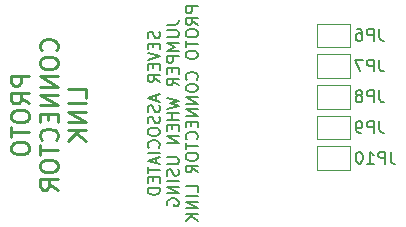
<source format=gbo>
%TF.GenerationSoftware,KiCad,Pcbnew,7.0.7*%
%TF.CreationDate,2024-01-30T18:09:48+01:00*%
%TF.ProjectId,v0.4.4c,76302e34-2e34-4632-9e6b-696361645f70,4c*%
%TF.SameCoordinates,Original*%
%TF.FileFunction,Legend,Bot*%
%TF.FilePolarity,Positive*%
%FSLAX46Y46*%
G04 Gerber Fmt 4.6, Leading zero omitted, Abs format (unit mm)*
G04 Created by KiCad (PCBNEW 7.0.7) date 2024-01-30 18:09:48*
%MOMM*%
%LPD*%
G01*
G04 APERTURE LIST*
%ADD10C,0.287500*%
%ADD11C,0.150000*%
%ADD12C,0.120000*%
G04 APERTURE END LIST*
D10*
X114190764Y-114614285D02*
X112690764Y-114614285D01*
X112690764Y-114614285D02*
X112690764Y-115185714D01*
X112690764Y-115185714D02*
X112762193Y-115328571D01*
X112762193Y-115328571D02*
X112833621Y-115400000D01*
X112833621Y-115400000D02*
X112976478Y-115471428D01*
X112976478Y-115471428D02*
X113190764Y-115471428D01*
X113190764Y-115471428D02*
X113333621Y-115400000D01*
X113333621Y-115400000D02*
X113405050Y-115328571D01*
X113405050Y-115328571D02*
X113476478Y-115185714D01*
X113476478Y-115185714D02*
X113476478Y-114614285D01*
X114190764Y-116971428D02*
X113476478Y-116471428D01*
X114190764Y-116114285D02*
X112690764Y-116114285D01*
X112690764Y-116114285D02*
X112690764Y-116685714D01*
X112690764Y-116685714D02*
X112762193Y-116828571D01*
X112762193Y-116828571D02*
X112833621Y-116900000D01*
X112833621Y-116900000D02*
X112976478Y-116971428D01*
X112976478Y-116971428D02*
X113190764Y-116971428D01*
X113190764Y-116971428D02*
X113333621Y-116900000D01*
X113333621Y-116900000D02*
X113405050Y-116828571D01*
X113405050Y-116828571D02*
X113476478Y-116685714D01*
X113476478Y-116685714D02*
X113476478Y-116114285D01*
X112690764Y-117900000D02*
X112690764Y-118185714D01*
X112690764Y-118185714D02*
X112762193Y-118328571D01*
X112762193Y-118328571D02*
X112905050Y-118471428D01*
X112905050Y-118471428D02*
X113190764Y-118542857D01*
X113190764Y-118542857D02*
X113690764Y-118542857D01*
X113690764Y-118542857D02*
X113976478Y-118471428D01*
X113976478Y-118471428D02*
X114119336Y-118328571D01*
X114119336Y-118328571D02*
X114190764Y-118185714D01*
X114190764Y-118185714D02*
X114190764Y-117900000D01*
X114190764Y-117900000D02*
X114119336Y-117757143D01*
X114119336Y-117757143D02*
X113976478Y-117614285D01*
X113976478Y-117614285D02*
X113690764Y-117542857D01*
X113690764Y-117542857D02*
X113190764Y-117542857D01*
X113190764Y-117542857D02*
X112905050Y-117614285D01*
X112905050Y-117614285D02*
X112762193Y-117757143D01*
X112762193Y-117757143D02*
X112690764Y-117900000D01*
X112690764Y-118971429D02*
X112690764Y-119828572D01*
X114190764Y-119400000D02*
X112690764Y-119400000D01*
X112690764Y-120614286D02*
X112690764Y-120900000D01*
X112690764Y-120900000D02*
X112762193Y-121042857D01*
X112762193Y-121042857D02*
X112905050Y-121185714D01*
X112905050Y-121185714D02*
X113190764Y-121257143D01*
X113190764Y-121257143D02*
X113690764Y-121257143D01*
X113690764Y-121257143D02*
X113976478Y-121185714D01*
X113976478Y-121185714D02*
X114119336Y-121042857D01*
X114119336Y-121042857D02*
X114190764Y-120900000D01*
X114190764Y-120900000D02*
X114190764Y-120614286D01*
X114190764Y-120614286D02*
X114119336Y-120471429D01*
X114119336Y-120471429D02*
X113976478Y-120328571D01*
X113976478Y-120328571D02*
X113690764Y-120257143D01*
X113690764Y-120257143D02*
X113190764Y-120257143D01*
X113190764Y-120257143D02*
X112905050Y-120328571D01*
X112905050Y-120328571D02*
X112762193Y-120471429D01*
X112762193Y-120471429D02*
X112690764Y-120614286D01*
X116462907Y-112471427D02*
X116534336Y-112399999D01*
X116534336Y-112399999D02*
X116605764Y-112185713D01*
X116605764Y-112185713D02*
X116605764Y-112042856D01*
X116605764Y-112042856D02*
X116534336Y-111828570D01*
X116534336Y-111828570D02*
X116391478Y-111685713D01*
X116391478Y-111685713D02*
X116248621Y-111614284D01*
X116248621Y-111614284D02*
X115962907Y-111542856D01*
X115962907Y-111542856D02*
X115748621Y-111542856D01*
X115748621Y-111542856D02*
X115462907Y-111614284D01*
X115462907Y-111614284D02*
X115320050Y-111685713D01*
X115320050Y-111685713D02*
X115177193Y-111828570D01*
X115177193Y-111828570D02*
X115105764Y-112042856D01*
X115105764Y-112042856D02*
X115105764Y-112185713D01*
X115105764Y-112185713D02*
X115177193Y-112399999D01*
X115177193Y-112399999D02*
X115248621Y-112471427D01*
X115105764Y-113399999D02*
X115105764Y-113685713D01*
X115105764Y-113685713D02*
X115177193Y-113828570D01*
X115177193Y-113828570D02*
X115320050Y-113971427D01*
X115320050Y-113971427D02*
X115605764Y-114042856D01*
X115605764Y-114042856D02*
X116105764Y-114042856D01*
X116105764Y-114042856D02*
X116391478Y-113971427D01*
X116391478Y-113971427D02*
X116534336Y-113828570D01*
X116534336Y-113828570D02*
X116605764Y-113685713D01*
X116605764Y-113685713D02*
X116605764Y-113399999D01*
X116605764Y-113399999D02*
X116534336Y-113257142D01*
X116534336Y-113257142D02*
X116391478Y-113114284D01*
X116391478Y-113114284D02*
X116105764Y-113042856D01*
X116105764Y-113042856D02*
X115605764Y-113042856D01*
X115605764Y-113042856D02*
X115320050Y-113114284D01*
X115320050Y-113114284D02*
X115177193Y-113257142D01*
X115177193Y-113257142D02*
X115105764Y-113399999D01*
X116605764Y-114685713D02*
X115105764Y-114685713D01*
X115105764Y-114685713D02*
X116605764Y-115542856D01*
X116605764Y-115542856D02*
X115105764Y-115542856D01*
X116605764Y-116257142D02*
X115105764Y-116257142D01*
X115105764Y-116257142D02*
X116605764Y-117114285D01*
X116605764Y-117114285D02*
X115105764Y-117114285D01*
X115820050Y-117828571D02*
X115820050Y-118328571D01*
X116605764Y-118542857D02*
X116605764Y-117828571D01*
X116605764Y-117828571D02*
X115105764Y-117828571D01*
X115105764Y-117828571D02*
X115105764Y-118542857D01*
X116462907Y-120042857D02*
X116534336Y-119971429D01*
X116534336Y-119971429D02*
X116605764Y-119757143D01*
X116605764Y-119757143D02*
X116605764Y-119614286D01*
X116605764Y-119614286D02*
X116534336Y-119400000D01*
X116534336Y-119400000D02*
X116391478Y-119257143D01*
X116391478Y-119257143D02*
X116248621Y-119185714D01*
X116248621Y-119185714D02*
X115962907Y-119114286D01*
X115962907Y-119114286D02*
X115748621Y-119114286D01*
X115748621Y-119114286D02*
X115462907Y-119185714D01*
X115462907Y-119185714D02*
X115320050Y-119257143D01*
X115320050Y-119257143D02*
X115177193Y-119400000D01*
X115177193Y-119400000D02*
X115105764Y-119614286D01*
X115105764Y-119614286D02*
X115105764Y-119757143D01*
X115105764Y-119757143D02*
X115177193Y-119971429D01*
X115177193Y-119971429D02*
X115248621Y-120042857D01*
X115105764Y-120471429D02*
X115105764Y-121328572D01*
X116605764Y-120900000D02*
X115105764Y-120900000D01*
X115105764Y-122114286D02*
X115105764Y-122400000D01*
X115105764Y-122400000D02*
X115177193Y-122542857D01*
X115177193Y-122542857D02*
X115320050Y-122685714D01*
X115320050Y-122685714D02*
X115605764Y-122757143D01*
X115605764Y-122757143D02*
X116105764Y-122757143D01*
X116105764Y-122757143D02*
X116391478Y-122685714D01*
X116391478Y-122685714D02*
X116534336Y-122542857D01*
X116534336Y-122542857D02*
X116605764Y-122400000D01*
X116605764Y-122400000D02*
X116605764Y-122114286D01*
X116605764Y-122114286D02*
X116534336Y-121971429D01*
X116534336Y-121971429D02*
X116391478Y-121828571D01*
X116391478Y-121828571D02*
X116105764Y-121757143D01*
X116105764Y-121757143D02*
X115605764Y-121757143D01*
X115605764Y-121757143D02*
X115320050Y-121828571D01*
X115320050Y-121828571D02*
X115177193Y-121971429D01*
X115177193Y-121971429D02*
X115105764Y-122114286D01*
X116605764Y-124257143D02*
X115891478Y-123757143D01*
X116605764Y-123400000D02*
X115105764Y-123400000D01*
X115105764Y-123400000D02*
X115105764Y-123971429D01*
X115105764Y-123971429D02*
X115177193Y-124114286D01*
X115177193Y-124114286D02*
X115248621Y-124185715D01*
X115248621Y-124185715D02*
X115391478Y-124257143D01*
X115391478Y-124257143D02*
X115605764Y-124257143D01*
X115605764Y-124257143D02*
X115748621Y-124185715D01*
X115748621Y-124185715D02*
X115820050Y-124114286D01*
X115820050Y-124114286D02*
X115891478Y-123971429D01*
X115891478Y-123971429D02*
X115891478Y-123400000D01*
X119020764Y-116471428D02*
X119020764Y-115757142D01*
X119020764Y-115757142D02*
X117520764Y-115757142D01*
X119020764Y-116971428D02*
X117520764Y-116971428D01*
X119020764Y-117685714D02*
X117520764Y-117685714D01*
X117520764Y-117685714D02*
X119020764Y-118542857D01*
X119020764Y-118542857D02*
X117520764Y-118542857D01*
X119020764Y-119257143D02*
X117520764Y-119257143D01*
X119020764Y-120114286D02*
X118163621Y-119471429D01*
X117520764Y-120114286D02*
X118377907Y-119257143D01*
D11*
X125197200Y-110895238D02*
X125244819Y-111038095D01*
X125244819Y-111038095D02*
X125244819Y-111276190D01*
X125244819Y-111276190D02*
X125197200Y-111371428D01*
X125197200Y-111371428D02*
X125149580Y-111419047D01*
X125149580Y-111419047D02*
X125054342Y-111466666D01*
X125054342Y-111466666D02*
X124959104Y-111466666D01*
X124959104Y-111466666D02*
X124863866Y-111419047D01*
X124863866Y-111419047D02*
X124816247Y-111371428D01*
X124816247Y-111371428D02*
X124768628Y-111276190D01*
X124768628Y-111276190D02*
X124721009Y-111085714D01*
X124721009Y-111085714D02*
X124673390Y-110990476D01*
X124673390Y-110990476D02*
X124625771Y-110942857D01*
X124625771Y-110942857D02*
X124530533Y-110895238D01*
X124530533Y-110895238D02*
X124435295Y-110895238D01*
X124435295Y-110895238D02*
X124340057Y-110942857D01*
X124340057Y-110942857D02*
X124292438Y-110990476D01*
X124292438Y-110990476D02*
X124244819Y-111085714D01*
X124244819Y-111085714D02*
X124244819Y-111323809D01*
X124244819Y-111323809D02*
X124292438Y-111466666D01*
X124721009Y-111895238D02*
X124721009Y-112228571D01*
X125244819Y-112371428D02*
X125244819Y-111895238D01*
X125244819Y-111895238D02*
X124244819Y-111895238D01*
X124244819Y-111895238D02*
X124244819Y-112371428D01*
X124244819Y-112657143D02*
X125244819Y-112990476D01*
X125244819Y-112990476D02*
X124244819Y-113323809D01*
X124721009Y-113657143D02*
X124721009Y-113990476D01*
X125244819Y-114133333D02*
X125244819Y-113657143D01*
X125244819Y-113657143D02*
X124244819Y-113657143D01*
X124244819Y-113657143D02*
X124244819Y-114133333D01*
X125244819Y-115133333D02*
X124768628Y-114800000D01*
X125244819Y-114561905D02*
X124244819Y-114561905D01*
X124244819Y-114561905D02*
X124244819Y-114942857D01*
X124244819Y-114942857D02*
X124292438Y-115038095D01*
X124292438Y-115038095D02*
X124340057Y-115085714D01*
X124340057Y-115085714D02*
X124435295Y-115133333D01*
X124435295Y-115133333D02*
X124578152Y-115133333D01*
X124578152Y-115133333D02*
X124673390Y-115085714D01*
X124673390Y-115085714D02*
X124721009Y-115038095D01*
X124721009Y-115038095D02*
X124768628Y-114942857D01*
X124768628Y-114942857D02*
X124768628Y-114561905D01*
X124959104Y-116276191D02*
X124959104Y-116752381D01*
X125244819Y-116180953D02*
X124244819Y-116514286D01*
X124244819Y-116514286D02*
X125244819Y-116847619D01*
X125197200Y-117133334D02*
X125244819Y-117276191D01*
X125244819Y-117276191D02*
X125244819Y-117514286D01*
X125244819Y-117514286D02*
X125197200Y-117609524D01*
X125197200Y-117609524D02*
X125149580Y-117657143D01*
X125149580Y-117657143D02*
X125054342Y-117704762D01*
X125054342Y-117704762D02*
X124959104Y-117704762D01*
X124959104Y-117704762D02*
X124863866Y-117657143D01*
X124863866Y-117657143D02*
X124816247Y-117609524D01*
X124816247Y-117609524D02*
X124768628Y-117514286D01*
X124768628Y-117514286D02*
X124721009Y-117323810D01*
X124721009Y-117323810D02*
X124673390Y-117228572D01*
X124673390Y-117228572D02*
X124625771Y-117180953D01*
X124625771Y-117180953D02*
X124530533Y-117133334D01*
X124530533Y-117133334D02*
X124435295Y-117133334D01*
X124435295Y-117133334D02*
X124340057Y-117180953D01*
X124340057Y-117180953D02*
X124292438Y-117228572D01*
X124292438Y-117228572D02*
X124244819Y-117323810D01*
X124244819Y-117323810D02*
X124244819Y-117561905D01*
X124244819Y-117561905D02*
X124292438Y-117704762D01*
X125197200Y-118085715D02*
X125244819Y-118228572D01*
X125244819Y-118228572D02*
X125244819Y-118466667D01*
X125244819Y-118466667D02*
X125197200Y-118561905D01*
X125197200Y-118561905D02*
X125149580Y-118609524D01*
X125149580Y-118609524D02*
X125054342Y-118657143D01*
X125054342Y-118657143D02*
X124959104Y-118657143D01*
X124959104Y-118657143D02*
X124863866Y-118609524D01*
X124863866Y-118609524D02*
X124816247Y-118561905D01*
X124816247Y-118561905D02*
X124768628Y-118466667D01*
X124768628Y-118466667D02*
X124721009Y-118276191D01*
X124721009Y-118276191D02*
X124673390Y-118180953D01*
X124673390Y-118180953D02*
X124625771Y-118133334D01*
X124625771Y-118133334D02*
X124530533Y-118085715D01*
X124530533Y-118085715D02*
X124435295Y-118085715D01*
X124435295Y-118085715D02*
X124340057Y-118133334D01*
X124340057Y-118133334D02*
X124292438Y-118180953D01*
X124292438Y-118180953D02*
X124244819Y-118276191D01*
X124244819Y-118276191D02*
X124244819Y-118514286D01*
X124244819Y-118514286D02*
X124292438Y-118657143D01*
X124244819Y-119276191D02*
X124244819Y-119466667D01*
X124244819Y-119466667D02*
X124292438Y-119561905D01*
X124292438Y-119561905D02*
X124387676Y-119657143D01*
X124387676Y-119657143D02*
X124578152Y-119704762D01*
X124578152Y-119704762D02*
X124911485Y-119704762D01*
X124911485Y-119704762D02*
X125101961Y-119657143D01*
X125101961Y-119657143D02*
X125197200Y-119561905D01*
X125197200Y-119561905D02*
X125244819Y-119466667D01*
X125244819Y-119466667D02*
X125244819Y-119276191D01*
X125244819Y-119276191D02*
X125197200Y-119180953D01*
X125197200Y-119180953D02*
X125101961Y-119085715D01*
X125101961Y-119085715D02*
X124911485Y-119038096D01*
X124911485Y-119038096D02*
X124578152Y-119038096D01*
X124578152Y-119038096D02*
X124387676Y-119085715D01*
X124387676Y-119085715D02*
X124292438Y-119180953D01*
X124292438Y-119180953D02*
X124244819Y-119276191D01*
X125149580Y-120704762D02*
X125197200Y-120657143D01*
X125197200Y-120657143D02*
X125244819Y-120514286D01*
X125244819Y-120514286D02*
X125244819Y-120419048D01*
X125244819Y-120419048D02*
X125197200Y-120276191D01*
X125197200Y-120276191D02*
X125101961Y-120180953D01*
X125101961Y-120180953D02*
X125006723Y-120133334D01*
X125006723Y-120133334D02*
X124816247Y-120085715D01*
X124816247Y-120085715D02*
X124673390Y-120085715D01*
X124673390Y-120085715D02*
X124482914Y-120133334D01*
X124482914Y-120133334D02*
X124387676Y-120180953D01*
X124387676Y-120180953D02*
X124292438Y-120276191D01*
X124292438Y-120276191D02*
X124244819Y-120419048D01*
X124244819Y-120419048D02*
X124244819Y-120514286D01*
X124244819Y-120514286D02*
X124292438Y-120657143D01*
X124292438Y-120657143D02*
X124340057Y-120704762D01*
X125244819Y-121133334D02*
X124244819Y-121133334D01*
X124959104Y-121561905D02*
X124959104Y-122038095D01*
X125244819Y-121466667D02*
X124244819Y-121800000D01*
X124244819Y-121800000D02*
X125244819Y-122133333D01*
X124244819Y-122323810D02*
X124244819Y-122895238D01*
X125244819Y-122609524D02*
X124244819Y-122609524D01*
X124721009Y-123228572D02*
X124721009Y-123561905D01*
X125244819Y-123704762D02*
X125244819Y-123228572D01*
X125244819Y-123228572D02*
X124244819Y-123228572D01*
X124244819Y-123228572D02*
X124244819Y-123704762D01*
X125244819Y-124133334D02*
X124244819Y-124133334D01*
X124244819Y-124133334D02*
X124244819Y-124371429D01*
X124244819Y-124371429D02*
X124292438Y-124514286D01*
X124292438Y-124514286D02*
X124387676Y-124609524D01*
X124387676Y-124609524D02*
X124482914Y-124657143D01*
X124482914Y-124657143D02*
X124673390Y-124704762D01*
X124673390Y-124704762D02*
X124816247Y-124704762D01*
X124816247Y-124704762D02*
X125006723Y-124657143D01*
X125006723Y-124657143D02*
X125101961Y-124609524D01*
X125101961Y-124609524D02*
X125197200Y-124514286D01*
X125197200Y-124514286D02*
X125244819Y-124371429D01*
X125244819Y-124371429D02*
X125244819Y-124133334D01*
X125854819Y-110300000D02*
X126569104Y-110300000D01*
X126569104Y-110300000D02*
X126711961Y-110252381D01*
X126711961Y-110252381D02*
X126807200Y-110157143D01*
X126807200Y-110157143D02*
X126854819Y-110014286D01*
X126854819Y-110014286D02*
X126854819Y-109919048D01*
X125854819Y-110776191D02*
X126664342Y-110776191D01*
X126664342Y-110776191D02*
X126759580Y-110823810D01*
X126759580Y-110823810D02*
X126807200Y-110871429D01*
X126807200Y-110871429D02*
X126854819Y-110966667D01*
X126854819Y-110966667D02*
X126854819Y-111157143D01*
X126854819Y-111157143D02*
X126807200Y-111252381D01*
X126807200Y-111252381D02*
X126759580Y-111300000D01*
X126759580Y-111300000D02*
X126664342Y-111347619D01*
X126664342Y-111347619D02*
X125854819Y-111347619D01*
X126854819Y-111823810D02*
X125854819Y-111823810D01*
X125854819Y-111823810D02*
X126569104Y-112157143D01*
X126569104Y-112157143D02*
X125854819Y-112490476D01*
X125854819Y-112490476D02*
X126854819Y-112490476D01*
X126854819Y-112966667D02*
X125854819Y-112966667D01*
X125854819Y-112966667D02*
X125854819Y-113347619D01*
X125854819Y-113347619D02*
X125902438Y-113442857D01*
X125902438Y-113442857D02*
X125950057Y-113490476D01*
X125950057Y-113490476D02*
X126045295Y-113538095D01*
X126045295Y-113538095D02*
X126188152Y-113538095D01*
X126188152Y-113538095D02*
X126283390Y-113490476D01*
X126283390Y-113490476D02*
X126331009Y-113442857D01*
X126331009Y-113442857D02*
X126378628Y-113347619D01*
X126378628Y-113347619D02*
X126378628Y-112966667D01*
X126331009Y-113966667D02*
X126331009Y-114300000D01*
X126854819Y-114442857D02*
X126854819Y-113966667D01*
X126854819Y-113966667D02*
X125854819Y-113966667D01*
X125854819Y-113966667D02*
X125854819Y-114442857D01*
X126854819Y-115442857D02*
X126378628Y-115109524D01*
X126854819Y-114871429D02*
X125854819Y-114871429D01*
X125854819Y-114871429D02*
X125854819Y-115252381D01*
X125854819Y-115252381D02*
X125902438Y-115347619D01*
X125902438Y-115347619D02*
X125950057Y-115395238D01*
X125950057Y-115395238D02*
X126045295Y-115442857D01*
X126045295Y-115442857D02*
X126188152Y-115442857D01*
X126188152Y-115442857D02*
X126283390Y-115395238D01*
X126283390Y-115395238D02*
X126331009Y-115347619D01*
X126331009Y-115347619D02*
X126378628Y-115252381D01*
X126378628Y-115252381D02*
X126378628Y-114871429D01*
X125854819Y-116538096D02*
X126854819Y-116776191D01*
X126854819Y-116776191D02*
X126140533Y-116966667D01*
X126140533Y-116966667D02*
X126854819Y-117157143D01*
X126854819Y-117157143D02*
X125854819Y-117395239D01*
X126854819Y-117776191D02*
X125854819Y-117776191D01*
X126331009Y-117776191D02*
X126331009Y-118347619D01*
X126854819Y-118347619D02*
X125854819Y-118347619D01*
X126331009Y-118823810D02*
X126331009Y-119157143D01*
X126854819Y-119300000D02*
X126854819Y-118823810D01*
X126854819Y-118823810D02*
X125854819Y-118823810D01*
X125854819Y-118823810D02*
X125854819Y-119300000D01*
X126854819Y-119728572D02*
X125854819Y-119728572D01*
X125854819Y-119728572D02*
X126854819Y-120300000D01*
X126854819Y-120300000D02*
X125854819Y-120300000D01*
X125854819Y-121538096D02*
X126664342Y-121538096D01*
X126664342Y-121538096D02*
X126759580Y-121585715D01*
X126759580Y-121585715D02*
X126807200Y-121633334D01*
X126807200Y-121633334D02*
X126854819Y-121728572D01*
X126854819Y-121728572D02*
X126854819Y-121919048D01*
X126854819Y-121919048D02*
X126807200Y-122014286D01*
X126807200Y-122014286D02*
X126759580Y-122061905D01*
X126759580Y-122061905D02*
X126664342Y-122109524D01*
X126664342Y-122109524D02*
X125854819Y-122109524D01*
X126807200Y-122538096D02*
X126854819Y-122680953D01*
X126854819Y-122680953D02*
X126854819Y-122919048D01*
X126854819Y-122919048D02*
X126807200Y-123014286D01*
X126807200Y-123014286D02*
X126759580Y-123061905D01*
X126759580Y-123061905D02*
X126664342Y-123109524D01*
X126664342Y-123109524D02*
X126569104Y-123109524D01*
X126569104Y-123109524D02*
X126473866Y-123061905D01*
X126473866Y-123061905D02*
X126426247Y-123014286D01*
X126426247Y-123014286D02*
X126378628Y-122919048D01*
X126378628Y-122919048D02*
X126331009Y-122728572D01*
X126331009Y-122728572D02*
X126283390Y-122633334D01*
X126283390Y-122633334D02*
X126235771Y-122585715D01*
X126235771Y-122585715D02*
X126140533Y-122538096D01*
X126140533Y-122538096D02*
X126045295Y-122538096D01*
X126045295Y-122538096D02*
X125950057Y-122585715D01*
X125950057Y-122585715D02*
X125902438Y-122633334D01*
X125902438Y-122633334D02*
X125854819Y-122728572D01*
X125854819Y-122728572D02*
X125854819Y-122966667D01*
X125854819Y-122966667D02*
X125902438Y-123109524D01*
X126854819Y-123538096D02*
X125854819Y-123538096D01*
X126854819Y-124014286D02*
X125854819Y-124014286D01*
X125854819Y-124014286D02*
X126854819Y-124585714D01*
X126854819Y-124585714D02*
X125854819Y-124585714D01*
X125902438Y-125585714D02*
X125854819Y-125490476D01*
X125854819Y-125490476D02*
X125854819Y-125347619D01*
X125854819Y-125347619D02*
X125902438Y-125204762D01*
X125902438Y-125204762D02*
X125997676Y-125109524D01*
X125997676Y-125109524D02*
X126092914Y-125061905D01*
X126092914Y-125061905D02*
X126283390Y-125014286D01*
X126283390Y-125014286D02*
X126426247Y-125014286D01*
X126426247Y-125014286D02*
X126616723Y-125061905D01*
X126616723Y-125061905D02*
X126711961Y-125109524D01*
X126711961Y-125109524D02*
X126807200Y-125204762D01*
X126807200Y-125204762D02*
X126854819Y-125347619D01*
X126854819Y-125347619D02*
X126854819Y-125442857D01*
X126854819Y-125442857D02*
X126807200Y-125585714D01*
X126807200Y-125585714D02*
X126759580Y-125633333D01*
X126759580Y-125633333D02*
X126426247Y-125633333D01*
X126426247Y-125633333D02*
X126426247Y-125442857D01*
X128464819Y-108752381D02*
X127464819Y-108752381D01*
X127464819Y-108752381D02*
X127464819Y-109133333D01*
X127464819Y-109133333D02*
X127512438Y-109228571D01*
X127512438Y-109228571D02*
X127560057Y-109276190D01*
X127560057Y-109276190D02*
X127655295Y-109323809D01*
X127655295Y-109323809D02*
X127798152Y-109323809D01*
X127798152Y-109323809D02*
X127893390Y-109276190D01*
X127893390Y-109276190D02*
X127941009Y-109228571D01*
X127941009Y-109228571D02*
X127988628Y-109133333D01*
X127988628Y-109133333D02*
X127988628Y-108752381D01*
X128464819Y-110323809D02*
X127988628Y-109990476D01*
X128464819Y-109752381D02*
X127464819Y-109752381D01*
X127464819Y-109752381D02*
X127464819Y-110133333D01*
X127464819Y-110133333D02*
X127512438Y-110228571D01*
X127512438Y-110228571D02*
X127560057Y-110276190D01*
X127560057Y-110276190D02*
X127655295Y-110323809D01*
X127655295Y-110323809D02*
X127798152Y-110323809D01*
X127798152Y-110323809D02*
X127893390Y-110276190D01*
X127893390Y-110276190D02*
X127941009Y-110228571D01*
X127941009Y-110228571D02*
X127988628Y-110133333D01*
X127988628Y-110133333D02*
X127988628Y-109752381D01*
X127464819Y-110942857D02*
X127464819Y-111133333D01*
X127464819Y-111133333D02*
X127512438Y-111228571D01*
X127512438Y-111228571D02*
X127607676Y-111323809D01*
X127607676Y-111323809D02*
X127798152Y-111371428D01*
X127798152Y-111371428D02*
X128131485Y-111371428D01*
X128131485Y-111371428D02*
X128321961Y-111323809D01*
X128321961Y-111323809D02*
X128417200Y-111228571D01*
X128417200Y-111228571D02*
X128464819Y-111133333D01*
X128464819Y-111133333D02*
X128464819Y-110942857D01*
X128464819Y-110942857D02*
X128417200Y-110847619D01*
X128417200Y-110847619D02*
X128321961Y-110752381D01*
X128321961Y-110752381D02*
X128131485Y-110704762D01*
X128131485Y-110704762D02*
X127798152Y-110704762D01*
X127798152Y-110704762D02*
X127607676Y-110752381D01*
X127607676Y-110752381D02*
X127512438Y-110847619D01*
X127512438Y-110847619D02*
X127464819Y-110942857D01*
X127464819Y-111657143D02*
X127464819Y-112228571D01*
X128464819Y-111942857D02*
X127464819Y-111942857D01*
X127464819Y-112752381D02*
X127464819Y-112942857D01*
X127464819Y-112942857D02*
X127512438Y-113038095D01*
X127512438Y-113038095D02*
X127607676Y-113133333D01*
X127607676Y-113133333D02*
X127798152Y-113180952D01*
X127798152Y-113180952D02*
X128131485Y-113180952D01*
X128131485Y-113180952D02*
X128321961Y-113133333D01*
X128321961Y-113133333D02*
X128417200Y-113038095D01*
X128417200Y-113038095D02*
X128464819Y-112942857D01*
X128464819Y-112942857D02*
X128464819Y-112752381D01*
X128464819Y-112752381D02*
X128417200Y-112657143D01*
X128417200Y-112657143D02*
X128321961Y-112561905D01*
X128321961Y-112561905D02*
X128131485Y-112514286D01*
X128131485Y-112514286D02*
X127798152Y-112514286D01*
X127798152Y-112514286D02*
X127607676Y-112561905D01*
X127607676Y-112561905D02*
X127512438Y-112657143D01*
X127512438Y-112657143D02*
X127464819Y-112752381D01*
X128369580Y-114942857D02*
X128417200Y-114895238D01*
X128417200Y-114895238D02*
X128464819Y-114752381D01*
X128464819Y-114752381D02*
X128464819Y-114657143D01*
X128464819Y-114657143D02*
X128417200Y-114514286D01*
X128417200Y-114514286D02*
X128321961Y-114419048D01*
X128321961Y-114419048D02*
X128226723Y-114371429D01*
X128226723Y-114371429D02*
X128036247Y-114323810D01*
X128036247Y-114323810D02*
X127893390Y-114323810D01*
X127893390Y-114323810D02*
X127702914Y-114371429D01*
X127702914Y-114371429D02*
X127607676Y-114419048D01*
X127607676Y-114419048D02*
X127512438Y-114514286D01*
X127512438Y-114514286D02*
X127464819Y-114657143D01*
X127464819Y-114657143D02*
X127464819Y-114752381D01*
X127464819Y-114752381D02*
X127512438Y-114895238D01*
X127512438Y-114895238D02*
X127560057Y-114942857D01*
X127464819Y-115561905D02*
X127464819Y-115752381D01*
X127464819Y-115752381D02*
X127512438Y-115847619D01*
X127512438Y-115847619D02*
X127607676Y-115942857D01*
X127607676Y-115942857D02*
X127798152Y-115990476D01*
X127798152Y-115990476D02*
X128131485Y-115990476D01*
X128131485Y-115990476D02*
X128321961Y-115942857D01*
X128321961Y-115942857D02*
X128417200Y-115847619D01*
X128417200Y-115847619D02*
X128464819Y-115752381D01*
X128464819Y-115752381D02*
X128464819Y-115561905D01*
X128464819Y-115561905D02*
X128417200Y-115466667D01*
X128417200Y-115466667D02*
X128321961Y-115371429D01*
X128321961Y-115371429D02*
X128131485Y-115323810D01*
X128131485Y-115323810D02*
X127798152Y-115323810D01*
X127798152Y-115323810D02*
X127607676Y-115371429D01*
X127607676Y-115371429D02*
X127512438Y-115466667D01*
X127512438Y-115466667D02*
X127464819Y-115561905D01*
X128464819Y-116419048D02*
X127464819Y-116419048D01*
X127464819Y-116419048D02*
X128464819Y-116990476D01*
X128464819Y-116990476D02*
X127464819Y-116990476D01*
X128464819Y-117466667D02*
X127464819Y-117466667D01*
X127464819Y-117466667D02*
X128464819Y-118038095D01*
X128464819Y-118038095D02*
X127464819Y-118038095D01*
X127941009Y-118514286D02*
X127941009Y-118847619D01*
X128464819Y-118990476D02*
X128464819Y-118514286D01*
X128464819Y-118514286D02*
X127464819Y-118514286D01*
X127464819Y-118514286D02*
X127464819Y-118990476D01*
X128369580Y-119990476D02*
X128417200Y-119942857D01*
X128417200Y-119942857D02*
X128464819Y-119800000D01*
X128464819Y-119800000D02*
X128464819Y-119704762D01*
X128464819Y-119704762D02*
X128417200Y-119561905D01*
X128417200Y-119561905D02*
X128321961Y-119466667D01*
X128321961Y-119466667D02*
X128226723Y-119419048D01*
X128226723Y-119419048D02*
X128036247Y-119371429D01*
X128036247Y-119371429D02*
X127893390Y-119371429D01*
X127893390Y-119371429D02*
X127702914Y-119419048D01*
X127702914Y-119419048D02*
X127607676Y-119466667D01*
X127607676Y-119466667D02*
X127512438Y-119561905D01*
X127512438Y-119561905D02*
X127464819Y-119704762D01*
X127464819Y-119704762D02*
X127464819Y-119800000D01*
X127464819Y-119800000D02*
X127512438Y-119942857D01*
X127512438Y-119942857D02*
X127560057Y-119990476D01*
X127464819Y-120276191D02*
X127464819Y-120847619D01*
X128464819Y-120561905D02*
X127464819Y-120561905D01*
X127464819Y-121371429D02*
X127464819Y-121561905D01*
X127464819Y-121561905D02*
X127512438Y-121657143D01*
X127512438Y-121657143D02*
X127607676Y-121752381D01*
X127607676Y-121752381D02*
X127798152Y-121800000D01*
X127798152Y-121800000D02*
X128131485Y-121800000D01*
X128131485Y-121800000D02*
X128321961Y-121752381D01*
X128321961Y-121752381D02*
X128417200Y-121657143D01*
X128417200Y-121657143D02*
X128464819Y-121561905D01*
X128464819Y-121561905D02*
X128464819Y-121371429D01*
X128464819Y-121371429D02*
X128417200Y-121276191D01*
X128417200Y-121276191D02*
X128321961Y-121180953D01*
X128321961Y-121180953D02*
X128131485Y-121133334D01*
X128131485Y-121133334D02*
X127798152Y-121133334D01*
X127798152Y-121133334D02*
X127607676Y-121180953D01*
X127607676Y-121180953D02*
X127512438Y-121276191D01*
X127512438Y-121276191D02*
X127464819Y-121371429D01*
X128464819Y-122800000D02*
X127988628Y-122466667D01*
X128464819Y-122228572D02*
X127464819Y-122228572D01*
X127464819Y-122228572D02*
X127464819Y-122609524D01*
X127464819Y-122609524D02*
X127512438Y-122704762D01*
X127512438Y-122704762D02*
X127560057Y-122752381D01*
X127560057Y-122752381D02*
X127655295Y-122800000D01*
X127655295Y-122800000D02*
X127798152Y-122800000D01*
X127798152Y-122800000D02*
X127893390Y-122752381D01*
X127893390Y-122752381D02*
X127941009Y-122704762D01*
X127941009Y-122704762D02*
X127988628Y-122609524D01*
X127988628Y-122609524D02*
X127988628Y-122228572D01*
X128464819Y-124466667D02*
X128464819Y-123990477D01*
X128464819Y-123990477D02*
X127464819Y-123990477D01*
X128464819Y-124800001D02*
X127464819Y-124800001D01*
X128464819Y-125276191D02*
X127464819Y-125276191D01*
X127464819Y-125276191D02*
X128464819Y-125847619D01*
X128464819Y-125847619D02*
X127464819Y-125847619D01*
X128464819Y-126323810D02*
X127464819Y-126323810D01*
X128464819Y-126895238D02*
X127893390Y-126466667D01*
X127464819Y-126895238D02*
X128036247Y-126323810D01*
X143833333Y-115854819D02*
X143833333Y-116569104D01*
X143833333Y-116569104D02*
X143880952Y-116711961D01*
X143880952Y-116711961D02*
X143976190Y-116807200D01*
X143976190Y-116807200D02*
X144119047Y-116854819D01*
X144119047Y-116854819D02*
X144214285Y-116854819D01*
X143357142Y-116854819D02*
X143357142Y-115854819D01*
X143357142Y-115854819D02*
X142976190Y-115854819D01*
X142976190Y-115854819D02*
X142880952Y-115902438D01*
X142880952Y-115902438D02*
X142833333Y-115950057D01*
X142833333Y-115950057D02*
X142785714Y-116045295D01*
X142785714Y-116045295D02*
X142785714Y-116188152D01*
X142785714Y-116188152D02*
X142833333Y-116283390D01*
X142833333Y-116283390D02*
X142880952Y-116331009D01*
X142880952Y-116331009D02*
X142976190Y-116378628D01*
X142976190Y-116378628D02*
X143357142Y-116378628D01*
X142214285Y-116283390D02*
X142309523Y-116235771D01*
X142309523Y-116235771D02*
X142357142Y-116188152D01*
X142357142Y-116188152D02*
X142404761Y-116092914D01*
X142404761Y-116092914D02*
X142404761Y-116045295D01*
X142404761Y-116045295D02*
X142357142Y-115950057D01*
X142357142Y-115950057D02*
X142309523Y-115902438D01*
X142309523Y-115902438D02*
X142214285Y-115854819D01*
X142214285Y-115854819D02*
X142023809Y-115854819D01*
X142023809Y-115854819D02*
X141928571Y-115902438D01*
X141928571Y-115902438D02*
X141880952Y-115950057D01*
X141880952Y-115950057D02*
X141833333Y-116045295D01*
X141833333Y-116045295D02*
X141833333Y-116092914D01*
X141833333Y-116092914D02*
X141880952Y-116188152D01*
X141880952Y-116188152D02*
X141928571Y-116235771D01*
X141928571Y-116235771D02*
X142023809Y-116283390D01*
X142023809Y-116283390D02*
X142214285Y-116283390D01*
X142214285Y-116283390D02*
X142309523Y-116331009D01*
X142309523Y-116331009D02*
X142357142Y-116378628D01*
X142357142Y-116378628D02*
X142404761Y-116473866D01*
X142404761Y-116473866D02*
X142404761Y-116664342D01*
X142404761Y-116664342D02*
X142357142Y-116759580D01*
X142357142Y-116759580D02*
X142309523Y-116807200D01*
X142309523Y-116807200D02*
X142214285Y-116854819D01*
X142214285Y-116854819D02*
X142023809Y-116854819D01*
X142023809Y-116854819D02*
X141928571Y-116807200D01*
X141928571Y-116807200D02*
X141880952Y-116759580D01*
X141880952Y-116759580D02*
X141833333Y-116664342D01*
X141833333Y-116664342D02*
X141833333Y-116473866D01*
X141833333Y-116473866D02*
X141880952Y-116378628D01*
X141880952Y-116378628D02*
X141928571Y-116331009D01*
X141928571Y-116331009D02*
X142023809Y-116283390D01*
X143833333Y-110654819D02*
X143833333Y-111369104D01*
X143833333Y-111369104D02*
X143880952Y-111511961D01*
X143880952Y-111511961D02*
X143976190Y-111607200D01*
X143976190Y-111607200D02*
X144119047Y-111654819D01*
X144119047Y-111654819D02*
X144214285Y-111654819D01*
X143357142Y-111654819D02*
X143357142Y-110654819D01*
X143357142Y-110654819D02*
X142976190Y-110654819D01*
X142976190Y-110654819D02*
X142880952Y-110702438D01*
X142880952Y-110702438D02*
X142833333Y-110750057D01*
X142833333Y-110750057D02*
X142785714Y-110845295D01*
X142785714Y-110845295D02*
X142785714Y-110988152D01*
X142785714Y-110988152D02*
X142833333Y-111083390D01*
X142833333Y-111083390D02*
X142880952Y-111131009D01*
X142880952Y-111131009D02*
X142976190Y-111178628D01*
X142976190Y-111178628D02*
X143357142Y-111178628D01*
X141928571Y-110654819D02*
X142119047Y-110654819D01*
X142119047Y-110654819D02*
X142214285Y-110702438D01*
X142214285Y-110702438D02*
X142261904Y-110750057D01*
X142261904Y-110750057D02*
X142357142Y-110892914D01*
X142357142Y-110892914D02*
X142404761Y-111083390D01*
X142404761Y-111083390D02*
X142404761Y-111464342D01*
X142404761Y-111464342D02*
X142357142Y-111559580D01*
X142357142Y-111559580D02*
X142309523Y-111607200D01*
X142309523Y-111607200D02*
X142214285Y-111654819D01*
X142214285Y-111654819D02*
X142023809Y-111654819D01*
X142023809Y-111654819D02*
X141928571Y-111607200D01*
X141928571Y-111607200D02*
X141880952Y-111559580D01*
X141880952Y-111559580D02*
X141833333Y-111464342D01*
X141833333Y-111464342D02*
X141833333Y-111226247D01*
X141833333Y-111226247D02*
X141880952Y-111131009D01*
X141880952Y-111131009D02*
X141928571Y-111083390D01*
X141928571Y-111083390D02*
X142023809Y-111035771D01*
X142023809Y-111035771D02*
X142214285Y-111035771D01*
X142214285Y-111035771D02*
X142309523Y-111083390D01*
X142309523Y-111083390D02*
X142357142Y-111131009D01*
X142357142Y-111131009D02*
X142404761Y-111226247D01*
X143833333Y-113254819D02*
X143833333Y-113969104D01*
X143833333Y-113969104D02*
X143880952Y-114111961D01*
X143880952Y-114111961D02*
X143976190Y-114207200D01*
X143976190Y-114207200D02*
X144119047Y-114254819D01*
X144119047Y-114254819D02*
X144214285Y-114254819D01*
X143357142Y-114254819D02*
X143357142Y-113254819D01*
X143357142Y-113254819D02*
X142976190Y-113254819D01*
X142976190Y-113254819D02*
X142880952Y-113302438D01*
X142880952Y-113302438D02*
X142833333Y-113350057D01*
X142833333Y-113350057D02*
X142785714Y-113445295D01*
X142785714Y-113445295D02*
X142785714Y-113588152D01*
X142785714Y-113588152D02*
X142833333Y-113683390D01*
X142833333Y-113683390D02*
X142880952Y-113731009D01*
X142880952Y-113731009D02*
X142976190Y-113778628D01*
X142976190Y-113778628D02*
X143357142Y-113778628D01*
X142452380Y-113254819D02*
X141785714Y-113254819D01*
X141785714Y-113254819D02*
X142214285Y-114254819D01*
X143833333Y-118454819D02*
X143833333Y-119169104D01*
X143833333Y-119169104D02*
X143880952Y-119311961D01*
X143880952Y-119311961D02*
X143976190Y-119407200D01*
X143976190Y-119407200D02*
X144119047Y-119454819D01*
X144119047Y-119454819D02*
X144214285Y-119454819D01*
X143357142Y-119454819D02*
X143357142Y-118454819D01*
X143357142Y-118454819D02*
X142976190Y-118454819D01*
X142976190Y-118454819D02*
X142880952Y-118502438D01*
X142880952Y-118502438D02*
X142833333Y-118550057D01*
X142833333Y-118550057D02*
X142785714Y-118645295D01*
X142785714Y-118645295D02*
X142785714Y-118788152D01*
X142785714Y-118788152D02*
X142833333Y-118883390D01*
X142833333Y-118883390D02*
X142880952Y-118931009D01*
X142880952Y-118931009D02*
X142976190Y-118978628D01*
X142976190Y-118978628D02*
X143357142Y-118978628D01*
X142309523Y-119454819D02*
X142119047Y-119454819D01*
X142119047Y-119454819D02*
X142023809Y-119407200D01*
X142023809Y-119407200D02*
X141976190Y-119359580D01*
X141976190Y-119359580D02*
X141880952Y-119216723D01*
X141880952Y-119216723D02*
X141833333Y-119026247D01*
X141833333Y-119026247D02*
X141833333Y-118645295D01*
X141833333Y-118645295D02*
X141880952Y-118550057D01*
X141880952Y-118550057D02*
X141928571Y-118502438D01*
X141928571Y-118502438D02*
X142023809Y-118454819D01*
X142023809Y-118454819D02*
X142214285Y-118454819D01*
X142214285Y-118454819D02*
X142309523Y-118502438D01*
X142309523Y-118502438D02*
X142357142Y-118550057D01*
X142357142Y-118550057D02*
X142404761Y-118645295D01*
X142404761Y-118645295D02*
X142404761Y-118883390D01*
X142404761Y-118883390D02*
X142357142Y-118978628D01*
X142357142Y-118978628D02*
X142309523Y-119026247D01*
X142309523Y-119026247D02*
X142214285Y-119073866D01*
X142214285Y-119073866D02*
X142023809Y-119073866D01*
X142023809Y-119073866D02*
X141928571Y-119026247D01*
X141928571Y-119026247D02*
X141880952Y-118978628D01*
X141880952Y-118978628D02*
X141833333Y-118883390D01*
X144809523Y-121054819D02*
X144809523Y-121769104D01*
X144809523Y-121769104D02*
X144857142Y-121911961D01*
X144857142Y-121911961D02*
X144952380Y-122007200D01*
X144952380Y-122007200D02*
X145095237Y-122054819D01*
X145095237Y-122054819D02*
X145190475Y-122054819D01*
X144333332Y-122054819D02*
X144333332Y-121054819D01*
X144333332Y-121054819D02*
X143952380Y-121054819D01*
X143952380Y-121054819D02*
X143857142Y-121102438D01*
X143857142Y-121102438D02*
X143809523Y-121150057D01*
X143809523Y-121150057D02*
X143761904Y-121245295D01*
X143761904Y-121245295D02*
X143761904Y-121388152D01*
X143761904Y-121388152D02*
X143809523Y-121483390D01*
X143809523Y-121483390D02*
X143857142Y-121531009D01*
X143857142Y-121531009D02*
X143952380Y-121578628D01*
X143952380Y-121578628D02*
X144333332Y-121578628D01*
X142809523Y-122054819D02*
X143380951Y-122054819D01*
X143095237Y-122054819D02*
X143095237Y-121054819D01*
X143095237Y-121054819D02*
X143190475Y-121197676D01*
X143190475Y-121197676D02*
X143285713Y-121292914D01*
X143285713Y-121292914D02*
X143380951Y-121340533D01*
X142190475Y-121054819D02*
X142095237Y-121054819D01*
X142095237Y-121054819D02*
X141999999Y-121102438D01*
X141999999Y-121102438D02*
X141952380Y-121150057D01*
X141952380Y-121150057D02*
X141904761Y-121245295D01*
X141904761Y-121245295D02*
X141857142Y-121435771D01*
X141857142Y-121435771D02*
X141857142Y-121673866D01*
X141857142Y-121673866D02*
X141904761Y-121864342D01*
X141904761Y-121864342D02*
X141952380Y-121959580D01*
X141952380Y-121959580D02*
X141999999Y-122007200D01*
X141999999Y-122007200D02*
X142095237Y-122054819D01*
X142095237Y-122054819D02*
X142190475Y-122054819D01*
X142190475Y-122054819D02*
X142285713Y-122007200D01*
X142285713Y-122007200D02*
X142333332Y-121959580D01*
X142333332Y-121959580D02*
X142380951Y-121864342D01*
X142380951Y-121864342D02*
X142428570Y-121673866D01*
X142428570Y-121673866D02*
X142428570Y-121435771D01*
X142428570Y-121435771D02*
X142380951Y-121245295D01*
X142380951Y-121245295D02*
X142333332Y-121150057D01*
X142333332Y-121150057D02*
X142285713Y-121102438D01*
X142285713Y-121102438D02*
X142190475Y-121054819D01*
D12*
X141400000Y-117400000D02*
X141400000Y-115400000D01*
X141400000Y-115400000D02*
X138600000Y-115400000D01*
X138600000Y-117400000D02*
X141400000Y-117400000D01*
X138600000Y-115400000D02*
X138600000Y-117400000D01*
X141400000Y-112200000D02*
X141400000Y-110200000D01*
X141400000Y-110200000D02*
X138600000Y-110200000D01*
X138600000Y-112200000D02*
X141400000Y-112200000D01*
X138600000Y-110200000D02*
X138600000Y-112200000D01*
X141400000Y-114800000D02*
X141400000Y-112800000D01*
X141400000Y-112800000D02*
X138600000Y-112800000D01*
X138600000Y-114800000D02*
X141400000Y-114800000D01*
X138600000Y-112800000D02*
X138600000Y-114800000D01*
X141400000Y-120000000D02*
X141400000Y-118000000D01*
X141400000Y-118000000D02*
X138600000Y-118000000D01*
X138600000Y-120000000D02*
X141400000Y-120000000D01*
X138600000Y-118000000D02*
X138600000Y-120000000D01*
X141400000Y-122600000D02*
X141400000Y-120600000D01*
X141400000Y-120600000D02*
X138600000Y-120600000D01*
X138600000Y-122600000D02*
X141400000Y-122600000D01*
X138600000Y-120600000D02*
X138600000Y-122600000D01*
M02*

</source>
